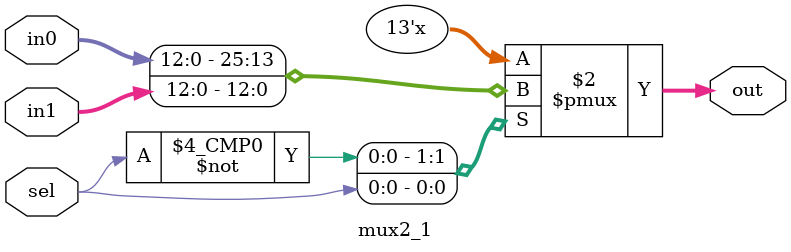
<source format=v>
`timescale 1ns / 1ps


module mux2_1 #(parameter BITS = 13) (sel, in0, in1, out);
    input sel;
    input [BITS-1:0] in0, in1;
    output reg [BITS-1:0] out;
    
    always @(*) begin
        case(sel)
        1'b0: begin
            out <= in0;
            end
        1'b1: begin
            out <= in1;
            end
        default : begin
            out <= in0;
            end
        endcase
    end

endmodule

</source>
